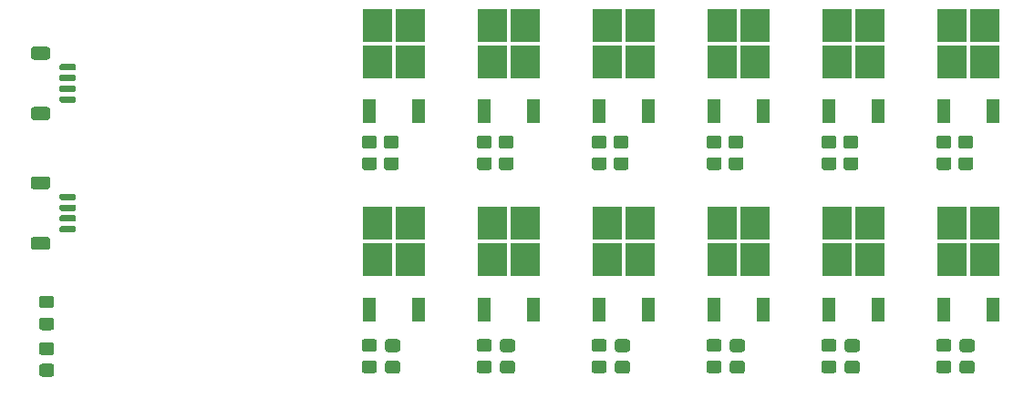
<source format=gbr>
%TF.GenerationSoftware,KiCad,Pcbnew,5.1.9+dfsg1-1*%
%TF.CreationDate,2021-02-28T18:52:37-05:00*%
%TF.ProjectId,incubator_pcb,696e6375-6261-4746-9f72-5f7063622e6b,rev?*%
%TF.SameCoordinates,Original*%
%TF.FileFunction,Paste,Top*%
%TF.FilePolarity,Positive*%
%FSLAX46Y46*%
G04 Gerber Fmt 4.6, Leading zero omitted, Abs format (unit mm)*
G04 Created by KiCad (PCBNEW 5.1.9+dfsg1-1) date 2021-02-28 18:52:37*
%MOMM*%
%LPD*%
G01*
G04 APERTURE LIST*
%ADD10R,2.750000X3.050000*%
%ADD11R,1.200000X2.200000*%
G04 APERTURE END LIST*
D10*
X41396380Y-91975120D03*
X38346380Y-88625120D03*
X38346380Y-91975120D03*
X41396380Y-88625120D03*
D11*
X42151380Y-96600120D03*
X37591380Y-96600120D03*
D10*
X52064380Y-91975120D03*
X49014380Y-88625120D03*
X49014380Y-91975120D03*
X52064380Y-88625120D03*
D11*
X52819380Y-96600120D03*
X48259380Y-96600120D03*
G36*
G01*
X71304999Y-119764000D02*
X72205001Y-119764000D01*
G75*
G02*
X72455000Y-120013999I0J-249999D01*
G01*
X72455000Y-120714001D01*
G75*
G02*
X72205001Y-120964000I-249999J0D01*
G01*
X71304999Y-120964000D01*
G75*
G02*
X71055000Y-120714001I0J249999D01*
G01*
X71055000Y-120013999D01*
G75*
G02*
X71304999Y-119764000I249999J0D01*
G01*
G37*
G36*
G01*
X71304999Y-117764000D02*
X72205001Y-117764000D01*
G75*
G02*
X72455000Y-118013999I0J-249999D01*
G01*
X72455000Y-118714001D01*
G75*
G02*
X72205001Y-118964000I-249999J0D01*
G01*
X71304999Y-118964000D01*
G75*
G02*
X71055000Y-118714001I0J249999D01*
G01*
X71055000Y-118013999D01*
G75*
G02*
X71304999Y-117764000I249999J0D01*
G01*
G37*
G36*
G01*
X71177999Y-100841000D02*
X72078001Y-100841000D01*
G75*
G02*
X72328000Y-101090999I0J-249999D01*
G01*
X72328000Y-101791001D01*
G75*
G02*
X72078001Y-102041000I-249999J0D01*
G01*
X71177999Y-102041000D01*
G75*
G02*
X70928000Y-101791001I0J249999D01*
G01*
X70928000Y-101090999D01*
G75*
G02*
X71177999Y-100841000I249999J0D01*
G01*
G37*
G36*
G01*
X71177999Y-98841000D02*
X72078001Y-98841000D01*
G75*
G02*
X72328000Y-99090999I0J-249999D01*
G01*
X72328000Y-99791001D01*
G75*
G02*
X72078001Y-100041000I-249999J0D01*
G01*
X71177999Y-100041000D01*
G75*
G02*
X70928000Y-99791001I0J249999D01*
G01*
X70928000Y-99090999D01*
G75*
G02*
X71177999Y-98841000I249999J0D01*
G01*
G37*
G36*
G01*
X69140379Y-119740120D02*
X70040381Y-119740120D01*
G75*
G02*
X70290380Y-119990119I0J-249999D01*
G01*
X70290380Y-120690121D01*
G75*
G02*
X70040381Y-120940120I-249999J0D01*
G01*
X69140379Y-120940120D01*
G75*
G02*
X68890380Y-120690121I0J249999D01*
G01*
X68890380Y-119990119D01*
G75*
G02*
X69140379Y-119740120I249999J0D01*
G01*
G37*
G36*
G01*
X69140379Y-117740120D02*
X70040381Y-117740120D01*
G75*
G02*
X70290380Y-117990119I0J-249999D01*
G01*
X70290380Y-118690121D01*
G75*
G02*
X70040381Y-118940120I-249999J0D01*
G01*
X69140379Y-118940120D01*
G75*
G02*
X68890380Y-118690121I0J249999D01*
G01*
X68890380Y-117990119D01*
G75*
G02*
X69140379Y-117740120I249999J0D01*
G01*
G37*
G36*
G01*
X69140379Y-100841000D02*
X70040381Y-100841000D01*
G75*
G02*
X70290380Y-101090999I0J-249999D01*
G01*
X70290380Y-101791001D01*
G75*
G02*
X70040381Y-102041000I-249999J0D01*
G01*
X69140379Y-102041000D01*
G75*
G02*
X68890380Y-101791001I0J249999D01*
G01*
X68890380Y-101090999D01*
G75*
G02*
X69140379Y-100841000I249999J0D01*
G01*
G37*
G36*
G01*
X69140379Y-98841000D02*
X70040381Y-98841000D01*
G75*
G02*
X70290380Y-99090999I0J-249999D01*
G01*
X70290380Y-99791001D01*
G75*
G02*
X70040381Y-100041000I-249999J0D01*
G01*
X69140379Y-100041000D01*
G75*
G02*
X68890380Y-99791001I0J249999D01*
G01*
X68890380Y-99090999D01*
G75*
G02*
X69140379Y-98841000I249999J0D01*
G01*
G37*
G36*
G01*
X60636999Y-119764000D02*
X61537001Y-119764000D01*
G75*
G02*
X61787000Y-120013999I0J-249999D01*
G01*
X61787000Y-120714001D01*
G75*
G02*
X61537001Y-120964000I-249999J0D01*
G01*
X60636999Y-120964000D01*
G75*
G02*
X60387000Y-120714001I0J249999D01*
G01*
X60387000Y-120013999D01*
G75*
G02*
X60636999Y-119764000I249999J0D01*
G01*
G37*
G36*
G01*
X60636999Y-117764000D02*
X61537001Y-117764000D01*
G75*
G02*
X61787000Y-118013999I0J-249999D01*
G01*
X61787000Y-118714001D01*
G75*
G02*
X61537001Y-118964000I-249999J0D01*
G01*
X60636999Y-118964000D01*
G75*
G02*
X60387000Y-118714001I0J249999D01*
G01*
X60387000Y-118013999D01*
G75*
G02*
X60636999Y-117764000I249999J0D01*
G01*
G37*
G36*
G01*
X60509999Y-100841000D02*
X61410001Y-100841000D01*
G75*
G02*
X61660000Y-101090999I0J-249999D01*
G01*
X61660000Y-101791001D01*
G75*
G02*
X61410001Y-102041000I-249999J0D01*
G01*
X60509999Y-102041000D01*
G75*
G02*
X60260000Y-101791001I0J249999D01*
G01*
X60260000Y-101090999D01*
G75*
G02*
X60509999Y-100841000I249999J0D01*
G01*
G37*
G36*
G01*
X60509999Y-98841000D02*
X61410001Y-98841000D01*
G75*
G02*
X61660000Y-99090999I0J-249999D01*
G01*
X61660000Y-99791001D01*
G75*
G02*
X61410001Y-100041000I-249999J0D01*
G01*
X60509999Y-100041000D01*
G75*
G02*
X60260000Y-99791001I0J249999D01*
G01*
X60260000Y-99090999D01*
G75*
G02*
X60509999Y-98841000I249999J0D01*
G01*
G37*
G36*
G01*
X58472379Y-119740120D02*
X59372381Y-119740120D01*
G75*
G02*
X59622380Y-119990119I0J-249999D01*
G01*
X59622380Y-120690121D01*
G75*
G02*
X59372381Y-120940120I-249999J0D01*
G01*
X58472379Y-120940120D01*
G75*
G02*
X58222380Y-120690121I0J249999D01*
G01*
X58222380Y-119990119D01*
G75*
G02*
X58472379Y-119740120I249999J0D01*
G01*
G37*
G36*
G01*
X58472379Y-117740120D02*
X59372381Y-117740120D01*
G75*
G02*
X59622380Y-117990119I0J-249999D01*
G01*
X59622380Y-118690121D01*
G75*
G02*
X59372381Y-118940120I-249999J0D01*
G01*
X58472379Y-118940120D01*
G75*
G02*
X58222380Y-118690121I0J249999D01*
G01*
X58222380Y-117990119D01*
G75*
G02*
X58472379Y-117740120I249999J0D01*
G01*
G37*
G36*
G01*
X58472379Y-100841000D02*
X59372381Y-100841000D01*
G75*
G02*
X59622380Y-101090999I0J-249999D01*
G01*
X59622380Y-101791001D01*
G75*
G02*
X59372381Y-102041000I-249999J0D01*
G01*
X58472379Y-102041000D01*
G75*
G02*
X58222380Y-101791001I0J249999D01*
G01*
X58222380Y-101090999D01*
G75*
G02*
X58472379Y-100841000I249999J0D01*
G01*
G37*
G36*
G01*
X58472379Y-98841000D02*
X59372381Y-98841000D01*
G75*
G02*
X59622380Y-99090999I0J-249999D01*
G01*
X59622380Y-99791001D01*
G75*
G02*
X59372381Y-100041000I-249999J0D01*
G01*
X58472379Y-100041000D01*
G75*
G02*
X58222380Y-99791001I0J249999D01*
G01*
X58222380Y-99090999D01*
G75*
G02*
X58472379Y-98841000I249999J0D01*
G01*
G37*
G36*
G01*
X92640999Y-119764000D02*
X93541001Y-119764000D01*
G75*
G02*
X93791000Y-120013999I0J-249999D01*
G01*
X93791000Y-120714001D01*
G75*
G02*
X93541001Y-120964000I-249999J0D01*
G01*
X92640999Y-120964000D01*
G75*
G02*
X92391000Y-120714001I0J249999D01*
G01*
X92391000Y-120013999D01*
G75*
G02*
X92640999Y-119764000I249999J0D01*
G01*
G37*
G36*
G01*
X92640999Y-117764000D02*
X93541001Y-117764000D01*
G75*
G02*
X93791000Y-118013999I0J-249999D01*
G01*
X93791000Y-118714001D01*
G75*
G02*
X93541001Y-118964000I-249999J0D01*
G01*
X92640999Y-118964000D01*
G75*
G02*
X92391000Y-118714001I0J249999D01*
G01*
X92391000Y-118013999D01*
G75*
G02*
X92640999Y-117764000I249999J0D01*
G01*
G37*
G36*
G01*
X92513999Y-100841000D02*
X93414001Y-100841000D01*
G75*
G02*
X93664000Y-101090999I0J-249999D01*
G01*
X93664000Y-101791001D01*
G75*
G02*
X93414001Y-102041000I-249999J0D01*
G01*
X92513999Y-102041000D01*
G75*
G02*
X92264000Y-101791001I0J249999D01*
G01*
X92264000Y-101090999D01*
G75*
G02*
X92513999Y-100841000I249999J0D01*
G01*
G37*
G36*
G01*
X92513999Y-98841000D02*
X93414001Y-98841000D01*
G75*
G02*
X93664000Y-99090999I0J-249999D01*
G01*
X93664000Y-99791001D01*
G75*
G02*
X93414001Y-100041000I-249999J0D01*
G01*
X92513999Y-100041000D01*
G75*
G02*
X92264000Y-99791001I0J249999D01*
G01*
X92264000Y-99090999D01*
G75*
G02*
X92513999Y-98841000I249999J0D01*
G01*
G37*
G36*
G01*
X90476379Y-119740120D02*
X91376381Y-119740120D01*
G75*
G02*
X91626380Y-119990119I0J-249999D01*
G01*
X91626380Y-120690121D01*
G75*
G02*
X91376381Y-120940120I-249999J0D01*
G01*
X90476379Y-120940120D01*
G75*
G02*
X90226380Y-120690121I0J249999D01*
G01*
X90226380Y-119990119D01*
G75*
G02*
X90476379Y-119740120I249999J0D01*
G01*
G37*
G36*
G01*
X90476379Y-117740120D02*
X91376381Y-117740120D01*
G75*
G02*
X91626380Y-117990119I0J-249999D01*
G01*
X91626380Y-118690121D01*
G75*
G02*
X91376381Y-118940120I-249999J0D01*
G01*
X90476379Y-118940120D01*
G75*
G02*
X90226380Y-118690121I0J249999D01*
G01*
X90226380Y-117990119D01*
G75*
G02*
X90476379Y-117740120I249999J0D01*
G01*
G37*
G36*
G01*
X90476379Y-100841000D02*
X91376381Y-100841000D01*
G75*
G02*
X91626380Y-101090999I0J-249999D01*
G01*
X91626380Y-101791001D01*
G75*
G02*
X91376381Y-102041000I-249999J0D01*
G01*
X90476379Y-102041000D01*
G75*
G02*
X90226380Y-101791001I0J249999D01*
G01*
X90226380Y-101090999D01*
G75*
G02*
X90476379Y-100841000I249999J0D01*
G01*
G37*
G36*
G01*
X90476379Y-98841000D02*
X91376381Y-98841000D01*
G75*
G02*
X91626380Y-99090999I0J-249999D01*
G01*
X91626380Y-99791001D01*
G75*
G02*
X91376381Y-100041000I-249999J0D01*
G01*
X90476379Y-100041000D01*
G75*
G02*
X90226380Y-99791001I0J249999D01*
G01*
X90226380Y-99090999D01*
G75*
G02*
X90476379Y-98841000I249999J0D01*
G01*
G37*
G36*
G01*
X81972999Y-119764000D02*
X82873001Y-119764000D01*
G75*
G02*
X83123000Y-120013999I0J-249999D01*
G01*
X83123000Y-120714001D01*
G75*
G02*
X82873001Y-120964000I-249999J0D01*
G01*
X81972999Y-120964000D01*
G75*
G02*
X81723000Y-120714001I0J249999D01*
G01*
X81723000Y-120013999D01*
G75*
G02*
X81972999Y-119764000I249999J0D01*
G01*
G37*
G36*
G01*
X81972999Y-117764000D02*
X82873001Y-117764000D01*
G75*
G02*
X83123000Y-118013999I0J-249999D01*
G01*
X83123000Y-118714001D01*
G75*
G02*
X82873001Y-118964000I-249999J0D01*
G01*
X81972999Y-118964000D01*
G75*
G02*
X81723000Y-118714001I0J249999D01*
G01*
X81723000Y-118013999D01*
G75*
G02*
X81972999Y-117764000I249999J0D01*
G01*
G37*
G36*
G01*
X81845999Y-100841000D02*
X82746001Y-100841000D01*
G75*
G02*
X82996000Y-101090999I0J-249999D01*
G01*
X82996000Y-101791001D01*
G75*
G02*
X82746001Y-102041000I-249999J0D01*
G01*
X81845999Y-102041000D01*
G75*
G02*
X81596000Y-101791001I0J249999D01*
G01*
X81596000Y-101090999D01*
G75*
G02*
X81845999Y-100841000I249999J0D01*
G01*
G37*
G36*
G01*
X81845999Y-98841000D02*
X82746001Y-98841000D01*
G75*
G02*
X82996000Y-99090999I0J-249999D01*
G01*
X82996000Y-99791001D01*
G75*
G02*
X82746001Y-100041000I-249999J0D01*
G01*
X81845999Y-100041000D01*
G75*
G02*
X81596000Y-99791001I0J249999D01*
G01*
X81596000Y-99090999D01*
G75*
G02*
X81845999Y-98841000I249999J0D01*
G01*
G37*
G36*
G01*
X79808379Y-119740120D02*
X80708381Y-119740120D01*
G75*
G02*
X80958380Y-119990119I0J-249999D01*
G01*
X80958380Y-120690121D01*
G75*
G02*
X80708381Y-120940120I-249999J0D01*
G01*
X79808379Y-120940120D01*
G75*
G02*
X79558380Y-120690121I0J249999D01*
G01*
X79558380Y-119990119D01*
G75*
G02*
X79808379Y-119740120I249999J0D01*
G01*
G37*
G36*
G01*
X79808379Y-117740120D02*
X80708381Y-117740120D01*
G75*
G02*
X80958380Y-117990119I0J-249999D01*
G01*
X80958380Y-118690121D01*
G75*
G02*
X80708381Y-118940120I-249999J0D01*
G01*
X79808379Y-118940120D01*
G75*
G02*
X79558380Y-118690121I0J249999D01*
G01*
X79558380Y-117990119D01*
G75*
G02*
X79808379Y-117740120I249999J0D01*
G01*
G37*
G36*
G01*
X79808379Y-100841000D02*
X80708381Y-100841000D01*
G75*
G02*
X80958380Y-101090999I0J-249999D01*
G01*
X80958380Y-101791001D01*
G75*
G02*
X80708381Y-102041000I-249999J0D01*
G01*
X79808379Y-102041000D01*
G75*
G02*
X79558380Y-101791001I0J249999D01*
G01*
X79558380Y-101090999D01*
G75*
G02*
X79808379Y-100841000I249999J0D01*
G01*
G37*
G36*
G01*
X79808379Y-98841000D02*
X80708381Y-98841000D01*
G75*
G02*
X80958380Y-99090999I0J-249999D01*
G01*
X80958380Y-99791001D01*
G75*
G02*
X80708381Y-100041000I-249999J0D01*
G01*
X79808379Y-100041000D01*
G75*
G02*
X79558380Y-99791001I0J249999D01*
G01*
X79558380Y-99090999D01*
G75*
G02*
X79808379Y-98841000I249999J0D01*
G01*
G37*
G36*
G01*
X49968999Y-119764000D02*
X50869001Y-119764000D01*
G75*
G02*
X51119000Y-120013999I0J-249999D01*
G01*
X51119000Y-120714001D01*
G75*
G02*
X50869001Y-120964000I-249999J0D01*
G01*
X49968999Y-120964000D01*
G75*
G02*
X49719000Y-120714001I0J249999D01*
G01*
X49719000Y-120013999D01*
G75*
G02*
X49968999Y-119764000I249999J0D01*
G01*
G37*
G36*
G01*
X49968999Y-117764000D02*
X50869001Y-117764000D01*
G75*
G02*
X51119000Y-118013999I0J-249999D01*
G01*
X51119000Y-118714001D01*
G75*
G02*
X50869001Y-118964000I-249999J0D01*
G01*
X49968999Y-118964000D01*
G75*
G02*
X49719000Y-118714001I0J249999D01*
G01*
X49719000Y-118013999D01*
G75*
G02*
X49968999Y-117764000I249999J0D01*
G01*
G37*
G36*
G01*
X49841999Y-100841000D02*
X50742001Y-100841000D01*
G75*
G02*
X50992000Y-101090999I0J-249999D01*
G01*
X50992000Y-101791001D01*
G75*
G02*
X50742001Y-102041000I-249999J0D01*
G01*
X49841999Y-102041000D01*
G75*
G02*
X49592000Y-101791001I0J249999D01*
G01*
X49592000Y-101090999D01*
G75*
G02*
X49841999Y-100841000I249999J0D01*
G01*
G37*
G36*
G01*
X49841999Y-98841000D02*
X50742001Y-98841000D01*
G75*
G02*
X50992000Y-99090999I0J-249999D01*
G01*
X50992000Y-99791001D01*
G75*
G02*
X50742001Y-100041000I-249999J0D01*
G01*
X49841999Y-100041000D01*
G75*
G02*
X49592000Y-99791001I0J249999D01*
G01*
X49592000Y-99090999D01*
G75*
G02*
X49841999Y-98841000I249999J0D01*
G01*
G37*
G36*
G01*
X47804379Y-119740120D02*
X48704381Y-119740120D01*
G75*
G02*
X48954380Y-119990119I0J-249999D01*
G01*
X48954380Y-120690121D01*
G75*
G02*
X48704381Y-120940120I-249999J0D01*
G01*
X47804379Y-120940120D01*
G75*
G02*
X47554380Y-120690121I0J249999D01*
G01*
X47554380Y-119990119D01*
G75*
G02*
X47804379Y-119740120I249999J0D01*
G01*
G37*
G36*
G01*
X47804379Y-117740120D02*
X48704381Y-117740120D01*
G75*
G02*
X48954380Y-117990119I0J-249999D01*
G01*
X48954380Y-118690121D01*
G75*
G02*
X48704381Y-118940120I-249999J0D01*
G01*
X47804379Y-118940120D01*
G75*
G02*
X47554380Y-118690121I0J249999D01*
G01*
X47554380Y-117990119D01*
G75*
G02*
X47804379Y-117740120I249999J0D01*
G01*
G37*
G36*
G01*
X47804379Y-100841000D02*
X48704381Y-100841000D01*
G75*
G02*
X48954380Y-101090999I0J-249999D01*
G01*
X48954380Y-101791001D01*
G75*
G02*
X48704381Y-102041000I-249999J0D01*
G01*
X47804379Y-102041000D01*
G75*
G02*
X47554380Y-101791001I0J249999D01*
G01*
X47554380Y-101090999D01*
G75*
G02*
X47804379Y-100841000I249999J0D01*
G01*
G37*
G36*
G01*
X47804379Y-98841000D02*
X48704381Y-98841000D01*
G75*
G02*
X48954380Y-99090999I0J-249999D01*
G01*
X48954380Y-99791001D01*
G75*
G02*
X48704381Y-100041000I-249999J0D01*
G01*
X47804379Y-100041000D01*
G75*
G02*
X47554380Y-99791001I0J249999D01*
G01*
X47554380Y-99090999D01*
G75*
G02*
X47804379Y-98841000I249999J0D01*
G01*
G37*
G36*
G01*
X39300999Y-119764000D02*
X40201001Y-119764000D01*
G75*
G02*
X40451000Y-120013999I0J-249999D01*
G01*
X40451000Y-120714001D01*
G75*
G02*
X40201001Y-120964000I-249999J0D01*
G01*
X39300999Y-120964000D01*
G75*
G02*
X39051000Y-120714001I0J249999D01*
G01*
X39051000Y-120013999D01*
G75*
G02*
X39300999Y-119764000I249999J0D01*
G01*
G37*
G36*
G01*
X39300999Y-117764000D02*
X40201001Y-117764000D01*
G75*
G02*
X40451000Y-118013999I0J-249999D01*
G01*
X40451000Y-118714001D01*
G75*
G02*
X40201001Y-118964000I-249999J0D01*
G01*
X39300999Y-118964000D01*
G75*
G02*
X39051000Y-118714001I0J249999D01*
G01*
X39051000Y-118013999D01*
G75*
G02*
X39300999Y-117764000I249999J0D01*
G01*
G37*
G36*
G01*
X39173999Y-100841000D02*
X40074001Y-100841000D01*
G75*
G02*
X40324000Y-101090999I0J-249999D01*
G01*
X40324000Y-101791001D01*
G75*
G02*
X40074001Y-102041000I-249999J0D01*
G01*
X39173999Y-102041000D01*
G75*
G02*
X38924000Y-101791001I0J249999D01*
G01*
X38924000Y-101090999D01*
G75*
G02*
X39173999Y-100841000I249999J0D01*
G01*
G37*
G36*
G01*
X39173999Y-98841000D02*
X40074001Y-98841000D01*
G75*
G02*
X40324000Y-99090999I0J-249999D01*
G01*
X40324000Y-99791001D01*
G75*
G02*
X40074001Y-100041000I-249999J0D01*
G01*
X39173999Y-100041000D01*
G75*
G02*
X38924000Y-99791001I0J249999D01*
G01*
X38924000Y-99090999D01*
G75*
G02*
X39173999Y-98841000I249999J0D01*
G01*
G37*
G36*
G01*
X37136379Y-119740120D02*
X38036381Y-119740120D01*
G75*
G02*
X38286380Y-119990119I0J-249999D01*
G01*
X38286380Y-120690121D01*
G75*
G02*
X38036381Y-120940120I-249999J0D01*
G01*
X37136379Y-120940120D01*
G75*
G02*
X36886380Y-120690121I0J249999D01*
G01*
X36886380Y-119990119D01*
G75*
G02*
X37136379Y-119740120I249999J0D01*
G01*
G37*
G36*
G01*
X37136379Y-117740120D02*
X38036381Y-117740120D01*
G75*
G02*
X38286380Y-117990119I0J-249999D01*
G01*
X38286380Y-118690121D01*
G75*
G02*
X38036381Y-118940120I-249999J0D01*
G01*
X37136379Y-118940120D01*
G75*
G02*
X36886380Y-118690121I0J249999D01*
G01*
X36886380Y-117990119D01*
G75*
G02*
X37136379Y-117740120I249999J0D01*
G01*
G37*
G36*
G01*
X37136379Y-100841000D02*
X38036381Y-100841000D01*
G75*
G02*
X38286380Y-101090999I0J-249999D01*
G01*
X38286380Y-101791001D01*
G75*
G02*
X38036381Y-102041000I-249999J0D01*
G01*
X37136379Y-102041000D01*
G75*
G02*
X36886380Y-101791001I0J249999D01*
G01*
X36886380Y-101090999D01*
G75*
G02*
X37136379Y-100841000I249999J0D01*
G01*
G37*
G36*
G01*
X37136379Y-98841000D02*
X38036381Y-98841000D01*
G75*
G02*
X38286380Y-99090999I0J-249999D01*
G01*
X38286380Y-99791001D01*
G75*
G02*
X38036381Y-100041000I-249999J0D01*
G01*
X37136379Y-100041000D01*
G75*
G02*
X36886380Y-99791001I0J249999D01*
G01*
X36886380Y-99090999D01*
G75*
G02*
X37136379Y-98841000I249999J0D01*
G01*
G37*
G36*
G01*
X8070001Y-119250000D02*
X7169999Y-119250000D01*
G75*
G02*
X6920000Y-119000001I0J249999D01*
G01*
X6920000Y-118299999D01*
G75*
G02*
X7169999Y-118050000I249999J0D01*
G01*
X8070001Y-118050000D01*
G75*
G02*
X8320000Y-118299999I0J-249999D01*
G01*
X8320000Y-119000001D01*
G75*
G02*
X8070001Y-119250000I-249999J0D01*
G01*
G37*
G36*
G01*
X8070001Y-121250000D02*
X7169999Y-121250000D01*
G75*
G02*
X6920000Y-121000001I0J249999D01*
G01*
X6920000Y-120299999D01*
G75*
G02*
X7169999Y-120050000I249999J0D01*
G01*
X8070001Y-120050000D01*
G75*
G02*
X8320000Y-120299999I0J-249999D01*
G01*
X8320000Y-121000001D01*
G75*
G02*
X8070001Y-121250000I-249999J0D01*
G01*
G37*
G36*
G01*
X7705001Y-103845000D02*
X6404999Y-103845000D01*
G75*
G02*
X6155000Y-103595001I0J249999D01*
G01*
X6155000Y-102894999D01*
G75*
G02*
X6404999Y-102645000I249999J0D01*
G01*
X7705001Y-102645000D01*
G75*
G02*
X7955000Y-102894999I0J-249999D01*
G01*
X7955000Y-103595001D01*
G75*
G02*
X7705001Y-103845000I-249999J0D01*
G01*
G37*
G36*
G01*
X7705001Y-109445000D02*
X6404999Y-109445000D01*
G75*
G02*
X6155000Y-109195001I0J249999D01*
G01*
X6155000Y-108494999D01*
G75*
G02*
X6404999Y-108245000I249999J0D01*
G01*
X7705001Y-108245000D01*
G75*
G02*
X7955000Y-108494999I0J-249999D01*
G01*
X7955000Y-109195001D01*
G75*
G02*
X7705001Y-109445000I-249999J0D01*
G01*
G37*
G36*
G01*
X10205000Y-104845000D02*
X8955000Y-104845000D01*
G75*
G02*
X8805000Y-104695000I0J150000D01*
G01*
X8805000Y-104395000D01*
G75*
G02*
X8955000Y-104245000I150000J0D01*
G01*
X10205000Y-104245000D01*
G75*
G02*
X10355000Y-104395000I0J-150000D01*
G01*
X10355000Y-104695000D01*
G75*
G02*
X10205000Y-104845000I-150000J0D01*
G01*
G37*
G36*
G01*
X10205000Y-105845000D02*
X8955000Y-105845000D01*
G75*
G02*
X8805000Y-105695000I0J150000D01*
G01*
X8805000Y-105395000D01*
G75*
G02*
X8955000Y-105245000I150000J0D01*
G01*
X10205000Y-105245000D01*
G75*
G02*
X10355000Y-105395000I0J-150000D01*
G01*
X10355000Y-105695000D01*
G75*
G02*
X10205000Y-105845000I-150000J0D01*
G01*
G37*
G36*
G01*
X10205000Y-106845000D02*
X8955000Y-106845000D01*
G75*
G02*
X8805000Y-106695000I0J150000D01*
G01*
X8805000Y-106395000D01*
G75*
G02*
X8955000Y-106245000I150000J0D01*
G01*
X10205000Y-106245000D01*
G75*
G02*
X10355000Y-106395000I0J-150000D01*
G01*
X10355000Y-106695000D01*
G75*
G02*
X10205000Y-106845000I-150000J0D01*
G01*
G37*
G36*
G01*
X10205000Y-107845000D02*
X8955000Y-107845000D01*
G75*
G02*
X8805000Y-107695000I0J150000D01*
G01*
X8805000Y-107395000D01*
G75*
G02*
X8955000Y-107245000I150000J0D01*
G01*
X10205000Y-107245000D01*
G75*
G02*
X10355000Y-107395000I0J-150000D01*
G01*
X10355000Y-107695000D01*
G75*
G02*
X10205000Y-107845000I-150000J0D01*
G01*
G37*
G36*
G01*
X7705001Y-91780000D02*
X6404999Y-91780000D01*
G75*
G02*
X6155000Y-91530001I0J249999D01*
G01*
X6155000Y-90829999D01*
G75*
G02*
X6404999Y-90580000I249999J0D01*
G01*
X7705001Y-90580000D01*
G75*
G02*
X7955000Y-90829999I0J-249999D01*
G01*
X7955000Y-91530001D01*
G75*
G02*
X7705001Y-91780000I-249999J0D01*
G01*
G37*
G36*
G01*
X7705001Y-97380000D02*
X6404999Y-97380000D01*
G75*
G02*
X6155000Y-97130001I0J249999D01*
G01*
X6155000Y-96429999D01*
G75*
G02*
X6404999Y-96180000I249999J0D01*
G01*
X7705001Y-96180000D01*
G75*
G02*
X7955000Y-96429999I0J-249999D01*
G01*
X7955000Y-97130001D01*
G75*
G02*
X7705001Y-97380000I-249999J0D01*
G01*
G37*
G36*
G01*
X10205000Y-92780000D02*
X8955000Y-92780000D01*
G75*
G02*
X8805000Y-92630000I0J150000D01*
G01*
X8805000Y-92330000D01*
G75*
G02*
X8955000Y-92180000I150000J0D01*
G01*
X10205000Y-92180000D01*
G75*
G02*
X10355000Y-92330000I0J-150000D01*
G01*
X10355000Y-92630000D01*
G75*
G02*
X10205000Y-92780000I-150000J0D01*
G01*
G37*
G36*
G01*
X10205000Y-93780000D02*
X8955000Y-93780000D01*
G75*
G02*
X8805000Y-93630000I0J150000D01*
G01*
X8805000Y-93330000D01*
G75*
G02*
X8955000Y-93180000I150000J0D01*
G01*
X10205000Y-93180000D01*
G75*
G02*
X10355000Y-93330000I0J-150000D01*
G01*
X10355000Y-93630000D01*
G75*
G02*
X10205000Y-93780000I-150000J0D01*
G01*
G37*
G36*
G01*
X10205000Y-94780000D02*
X8955000Y-94780000D01*
G75*
G02*
X8805000Y-94630000I0J150000D01*
G01*
X8805000Y-94330000D01*
G75*
G02*
X8955000Y-94180000I150000J0D01*
G01*
X10205000Y-94180000D01*
G75*
G02*
X10355000Y-94330000I0J-150000D01*
G01*
X10355000Y-94630000D01*
G75*
G02*
X10205000Y-94780000I-150000J0D01*
G01*
G37*
G36*
G01*
X10205000Y-95780000D02*
X8955000Y-95780000D01*
G75*
G02*
X8805000Y-95630000I0J150000D01*
G01*
X8805000Y-95330000D01*
G75*
G02*
X8955000Y-95180000I150000J0D01*
G01*
X10205000Y-95180000D01*
G75*
G02*
X10355000Y-95330000I0J-150000D01*
G01*
X10355000Y-95630000D01*
G75*
G02*
X10205000Y-95780000I-150000J0D01*
G01*
G37*
D10*
X73400380Y-110355120D03*
X70350380Y-107005120D03*
X70350380Y-110355120D03*
X73400380Y-107005120D03*
D11*
X74155380Y-114980120D03*
X69595380Y-114980120D03*
D10*
X73400380Y-91975120D03*
X70350380Y-88625120D03*
X70350380Y-91975120D03*
X73400380Y-88625120D03*
D11*
X74155380Y-96600120D03*
X69595380Y-96600120D03*
D10*
X62732380Y-110355120D03*
X59682380Y-107005120D03*
X59682380Y-110355120D03*
X62732380Y-107005120D03*
D11*
X63487380Y-114980120D03*
X58927380Y-114980120D03*
D10*
X62732380Y-91975120D03*
X59682380Y-88625120D03*
X59682380Y-91975120D03*
X62732380Y-88625120D03*
D11*
X63487380Y-96600120D03*
X58927380Y-96600120D03*
D10*
X94736380Y-110355120D03*
X91686380Y-107005120D03*
X91686380Y-110355120D03*
X94736380Y-107005120D03*
D11*
X95491380Y-114980120D03*
X90931380Y-114980120D03*
D10*
X94736380Y-91975120D03*
X91686380Y-88625120D03*
X91686380Y-91975120D03*
X94736380Y-88625120D03*
D11*
X95491380Y-96600120D03*
X90931380Y-96600120D03*
D10*
X84068380Y-110355120D03*
X81018380Y-107005120D03*
X81018380Y-110355120D03*
X84068380Y-107005120D03*
D11*
X84823380Y-114980120D03*
X80263380Y-114980120D03*
D10*
X84068380Y-91975120D03*
X81018380Y-88625120D03*
X81018380Y-91975120D03*
X84068380Y-88625120D03*
D11*
X84823380Y-96600120D03*
X80263380Y-96600120D03*
D10*
X52064380Y-110355120D03*
X49014380Y-107005120D03*
X49014380Y-110355120D03*
X52064380Y-107005120D03*
D11*
X52819380Y-114980120D03*
X48259380Y-114980120D03*
D10*
X41396380Y-110355120D03*
X38346380Y-107005120D03*
X38346380Y-110355120D03*
X41396380Y-107005120D03*
D11*
X42151380Y-114980120D03*
X37591380Y-114980120D03*
G36*
G01*
X8070001Y-114875000D02*
X7169999Y-114875000D01*
G75*
G02*
X6920000Y-114625001I0J249999D01*
G01*
X6920000Y-113974999D01*
G75*
G02*
X7169999Y-113725000I249999J0D01*
G01*
X8070001Y-113725000D01*
G75*
G02*
X8320000Y-113974999I0J-249999D01*
G01*
X8320000Y-114625001D01*
G75*
G02*
X8070001Y-114875000I-249999J0D01*
G01*
G37*
G36*
G01*
X8070001Y-116925000D02*
X7169999Y-116925000D01*
G75*
G02*
X6920000Y-116675001I0J249999D01*
G01*
X6920000Y-116024999D01*
G75*
G02*
X7169999Y-115775000I249999J0D01*
G01*
X8070001Y-115775000D01*
G75*
G02*
X8320000Y-116024999I0J-249999D01*
G01*
X8320000Y-116675001D01*
G75*
G02*
X8070001Y-116925000I-249999J0D01*
G01*
G37*
M02*

</source>
